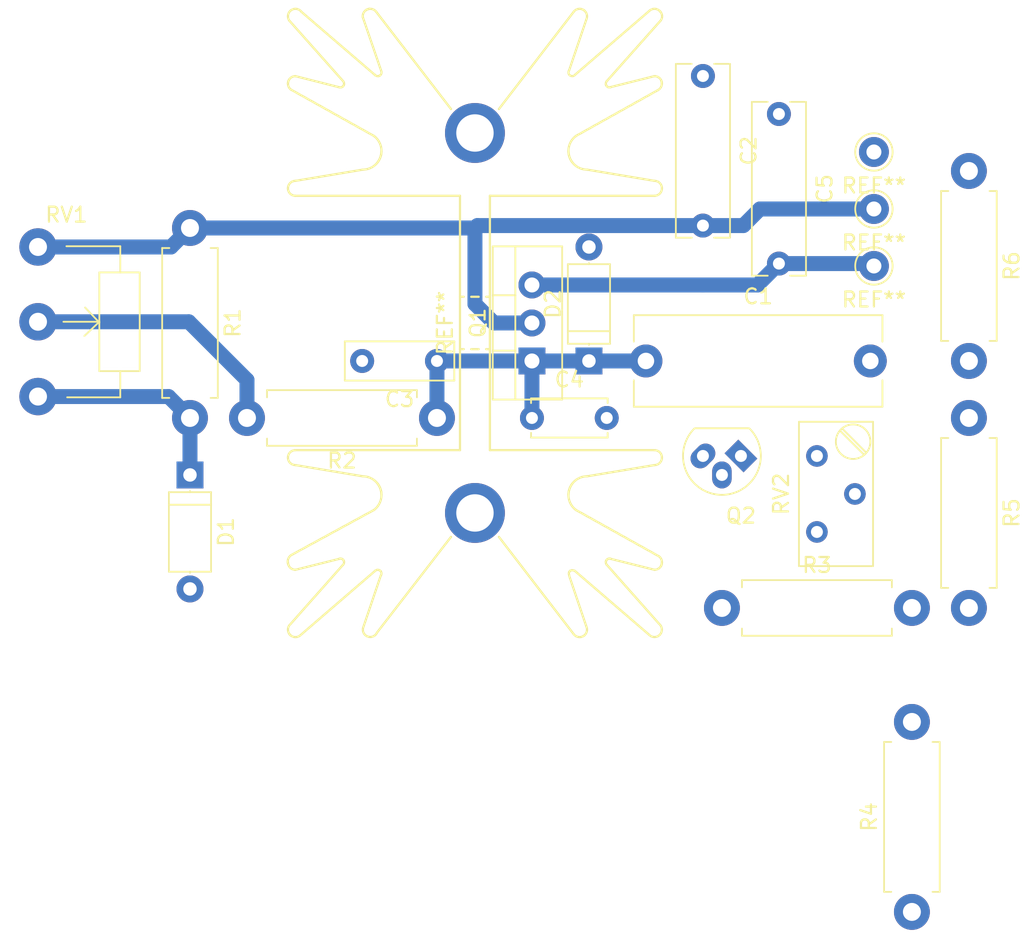
<source format=kicad_pcb>
(kicad_pcb (version 4) (host pcbnew 4.0.7)

  (general
    (links 31)
    (no_connects 18)
    (area 0 0 0 0)
    (thickness 1.6)
    (drawings 0)
    (tracks 29)
    (zones 0)
    (modules 21)
    (nets 12)
  )

  (page A4)
  (layers
    (0 F.Cu signal)
    (31 B.Cu signal)
    (32 B.Adhes user)
    (33 F.Adhes user)
    (34 B.Paste user)
    (35 F.Paste user)
    (36 B.SilkS user)
    (37 F.SilkS user)
    (38 B.Mask user)
    (39 F.Mask user)
    (40 Dwgs.User user)
    (41 Cmts.User user)
    (42 Eco1.User user)
    (43 Eco2.User user)
    (44 Edge.Cuts user)
    (45 Margin user)
    (46 B.CrtYd user)
    (47 F.CrtYd user)
    (48 B.Fab user)
    (49 F.Fab user)
  )

  (setup
    (last_trace_width 1)
    (trace_clearance 0.5)
    (zone_clearance 0.5)
    (zone_45_only no)
    (trace_min 0.2)
    (segment_width 0.2)
    (edge_width 0.15)
    (via_size 1.5)
    (via_drill 0.5)
    (via_min_size 0.4)
    (via_min_drill 0.3)
    (uvia_size 0.3)
    (uvia_drill 0.1)
    (uvias_allowed no)
    (uvia_min_size 0.2)
    (uvia_min_drill 0.1)
    (pcb_text_width 0.3)
    (pcb_text_size 1.5 1.5)
    (mod_edge_width 0.15)
    (mod_text_size 1 1)
    (mod_text_width 0.15)
    (pad_size 2 2)
    (pad_drill 1)
    (pad_to_mask_clearance 0.2)
    (aux_axis_origin 0 0)
    (visible_elements 7FFFFFFF)
    (pcbplotparams
      (layerselection 0x00030_80000001)
      (usegerberextensions false)
      (excludeedgelayer true)
      (linewidth 0.100000)
      (plotframeref false)
      (viasonmask false)
      (mode 1)
      (useauxorigin false)
      (hpglpennumber 1)
      (hpglpenspeed 20)
      (hpglpendiameter 15)
      (hpglpenoverlay 2)
      (psnegative false)
      (psa4output false)
      (plotreference true)
      (plotvalue true)
      (plotinvisibletext false)
      (padsonsilk false)
      (subtractmaskfromsilk false)
      (outputformat 1)
      (mirror false)
      (drillshape 1)
      (scaleselection 1)
      (outputdirectory ""))
  )

  (net 0 "")
  (net 1 "Net-(C1-Pad1)")
  (net 2 GND)
  (net 3 /Vin)
  (net 4 /Vout)
  (net 5 "Net-(D1-Pad1)")
  (net 6 "Net-(R2-Pad2)")
  (net 7 "Net-(C5-Pad2)")
  (net 8 "Net-(Q2-Pad2)")
  (net 9 "Net-(Q2-Pad1)")
  (net 10 "Net-(R4-Pad1)")
  (net 11 "Net-(R5-Pad1)")

  (net_class Default "This is the default net class."
    (clearance 0.5)
    (trace_width 1)
    (via_dia 1.5)
    (via_drill 0.5)
    (uvia_dia 0.3)
    (uvia_drill 0.1)
    (add_net /Vin)
    (add_net /Vout)
    (add_net GND)
    (add_net "Net-(C5-Pad2)")
    (add_net "Net-(D1-Pad1)")
    (add_net "Net-(Q2-Pad1)")
    (add_net "Net-(Q2-Pad2)")
    (add_net "Net-(R2-Pad2)")
    (add_net "Net-(R4-Pad1)")
    (add_net "Net-(R5-Pad1)")
  )

  (net_class mosfet ""
    (clearance 0.7)
    (trace_width 1)
    (via_dia 1.5)
    (via_drill 0.5)
    (uvia_dia 0.3)
    (uvia_drill 0.1)
    (add_net "Net-(C1-Pad1)")
  )

  (module Capacitors_THT:C_Rect_L16.5mm_W6.0mm_P15.00mm_MKT (layer F.Cu) (tedit 597BC7C2) (tstamp 5A48BC9F)
    (at 157.48 118.11)
    (descr "C, Rect series, Radial, pin pitch=15.00mm, , length*width=16.5*6mm^2, Capacitor, https://en.tdk.eu/inf/20/20/db/fc_2009/MKT_B32560_564.pdf")
    (tags "C Rect series Radial pin pitch 15.00mm  length 16.5mm width 6mm Capacitor")
    (path /5A48B27F)
    (fp_text reference C1 (at 7.5 -4.31) (layer F.SilkS)
      (effects (font (size 1 1) (thickness 0.15)))
    )
    (fp_text value 100n (at 7.5 4.31) (layer F.Fab)
      (effects (font (size 1 1) (thickness 0.15)))
    )
    (fp_line (start -0.75 -3) (end -0.75 3) (layer F.Fab) (width 0.1))
    (fp_line (start -0.75 3) (end 15.75 3) (layer F.Fab) (width 0.1))
    (fp_line (start 15.75 3) (end 15.75 -3) (layer F.Fab) (width 0.1))
    (fp_line (start 15.75 -3) (end -0.75 -3) (layer F.Fab) (width 0.1))
    (fp_line (start -0.81 -3.06) (end 15.81 -3.06) (layer F.SilkS) (width 0.12))
    (fp_line (start -0.81 3.06) (end 15.81 3.06) (layer F.SilkS) (width 0.12))
    (fp_line (start -0.81 -3.06) (end -0.81 -1.296) (layer F.SilkS) (width 0.12))
    (fp_line (start -0.81 1.296) (end -0.81 3.06) (layer F.SilkS) (width 0.12))
    (fp_line (start 15.81 -3.06) (end 15.81 -1.296) (layer F.SilkS) (width 0.12))
    (fp_line (start 15.81 1.296) (end 15.81 3.06) (layer F.SilkS) (width 0.12))
    (fp_line (start -1.35 -3.35) (end -1.35 3.35) (layer F.CrtYd) (width 0.05))
    (fp_line (start -1.35 3.35) (end 16.35 3.35) (layer F.CrtYd) (width 0.05))
    (fp_line (start 16.35 3.35) (end 16.35 -3.35) (layer F.CrtYd) (width 0.05))
    (fp_line (start 16.35 -3.35) (end -1.35 -3.35) (layer F.CrtYd) (width 0.05))
    (fp_text user %R (at 7.5 0) (layer F.Fab)
      (effects (font (size 1 1) (thickness 0.15)))
    )
    (pad 1 thru_hole circle (at 0 0) (size 2.2 2.2) (drill 1.1) (layers *.Cu *.Mask)
      (net 1 "Net-(C1-Pad1)"))
    (pad 2 thru_hole circle (at 15 0) (size 2.2 2.2) (drill 1.1) (layers *.Cu *.Mask)
      (net 2 GND))
    (model ${KISYS3DMOD}/Capacitors_THT.3dshapes/C_Rect_L16.5mm_W6.0mm_P15.00mm_MKT.wrl
      (at (xyz 0 0 0))
      (scale (xyz 1 1 1))
      (rotate (xyz 0 0 0))
    )
  )

  (module Capacitors_THT:C_Rect_L11.5mm_W3.5mm_P10.00mm_MKT (layer F.Cu) (tedit 597BC7C2) (tstamp 5A48BCB4)
    (at 161.29 99.06 270)
    (descr "C, Rect series, Radial, pin pitch=10.00mm, , length*width=11.5*3.5mm^2, Capacitor, https://en.tdk.eu/inf/20/20/db/fc_2009/MKT_B32560_564.pdf")
    (tags "C Rect series Radial pin pitch 10.00mm  length 11.5mm width 3.5mm Capacitor")
    (path /5A48B727)
    (fp_text reference C2 (at 5 -3.06 270) (layer F.SilkS)
      (effects (font (size 1 1) (thickness 0.15)))
    )
    (fp_text value 10nF (at 5 3.06 270) (layer F.Fab)
      (effects (font (size 1 1) (thickness 0.15)))
    )
    (fp_line (start -0.75 -1.75) (end -0.75 1.75) (layer F.Fab) (width 0.1))
    (fp_line (start -0.75 1.75) (end 10.75 1.75) (layer F.Fab) (width 0.1))
    (fp_line (start 10.75 1.75) (end 10.75 -1.75) (layer F.Fab) (width 0.1))
    (fp_line (start 10.75 -1.75) (end -0.75 -1.75) (layer F.Fab) (width 0.1))
    (fp_line (start -0.81 -1.81) (end 10.81 -1.81) (layer F.SilkS) (width 0.12))
    (fp_line (start -0.81 1.81) (end 10.81 1.81) (layer F.SilkS) (width 0.12))
    (fp_line (start -0.81 -1.81) (end -0.81 -0.75) (layer F.SilkS) (width 0.12))
    (fp_line (start -0.81 0.75) (end -0.81 1.81) (layer F.SilkS) (width 0.12))
    (fp_line (start 10.81 -1.81) (end 10.81 -0.75) (layer F.SilkS) (width 0.12))
    (fp_line (start 10.81 0.75) (end 10.81 1.81) (layer F.SilkS) (width 0.12))
    (fp_line (start -1.1 -2.1) (end -1.1 2.1) (layer F.CrtYd) (width 0.05))
    (fp_line (start -1.1 2.1) (end 11.1 2.1) (layer F.CrtYd) (width 0.05))
    (fp_line (start 11.1 2.1) (end 11.1 -2.1) (layer F.CrtYd) (width 0.05))
    (fp_line (start 11.1 -2.1) (end -1.1 -2.1) (layer F.CrtYd) (width 0.05))
    (fp_text user %R (at 5 0 270) (layer F.Fab)
      (effects (font (size 1 1) (thickness 0.15)))
    )
    (pad 1 thru_hole circle (at 0 0 270) (size 1.6 1.6) (drill 0.8) (layers *.Cu *.Mask)
      (net 2 GND))
    (pad 2 thru_hole circle (at 10 0 270) (size 1.6 1.6) (drill 0.8) (layers *.Cu *.Mask)
      (net 3 /Vin))
    (model ${KISYS3DMOD}/Capacitors_THT.3dshapes/C_Rect_L11.5mm_W3.5mm_P10.00mm_MKT.wrl
      (at (xyz 0 0 0))
      (scale (xyz 1 1 1))
      (rotate (xyz 0 0 0))
    )
  )

  (module Capacitors_THT:C_Rect_L11.5mm_W3.5mm_P10.00mm_MKT (layer F.Cu) (tedit 597BC7C2) (tstamp 5A48BCEF)
    (at 166.37 101.6 270)
    (descr "C, Rect series, Radial, pin pitch=10.00mm, , length*width=11.5*3.5mm^2, Capacitor, https://en.tdk.eu/inf/20/20/db/fc_2009/MKT_B32560_564.pdf")
    (tags "C Rect series Radial pin pitch 10.00mm  length 11.5mm width 3.5mm Capacitor")
    (path /5A48B7F6)
    (fp_text reference C5 (at 5 -3.06 270) (layer F.SilkS)
      (effects (font (size 1 1) (thickness 0.15)))
    )
    (fp_text value 10nF (at 5 3.06 270) (layer F.Fab)
      (effects (font (size 1 1) (thickness 0.15)))
    )
    (fp_line (start -0.75 -1.75) (end -0.75 1.75) (layer F.Fab) (width 0.1))
    (fp_line (start -0.75 1.75) (end 10.75 1.75) (layer F.Fab) (width 0.1))
    (fp_line (start 10.75 1.75) (end 10.75 -1.75) (layer F.Fab) (width 0.1))
    (fp_line (start 10.75 -1.75) (end -0.75 -1.75) (layer F.Fab) (width 0.1))
    (fp_line (start -0.81 -1.81) (end 10.81 -1.81) (layer F.SilkS) (width 0.12))
    (fp_line (start -0.81 1.81) (end 10.81 1.81) (layer F.SilkS) (width 0.12))
    (fp_line (start -0.81 -1.81) (end -0.81 -0.75) (layer F.SilkS) (width 0.12))
    (fp_line (start -0.81 0.75) (end -0.81 1.81) (layer F.SilkS) (width 0.12))
    (fp_line (start 10.81 -1.81) (end 10.81 -0.75) (layer F.SilkS) (width 0.12))
    (fp_line (start 10.81 0.75) (end 10.81 1.81) (layer F.SilkS) (width 0.12))
    (fp_line (start -1.1 -2.1) (end -1.1 2.1) (layer F.CrtYd) (width 0.05))
    (fp_line (start -1.1 2.1) (end 11.1 2.1) (layer F.CrtYd) (width 0.05))
    (fp_line (start 11.1 2.1) (end 11.1 -2.1) (layer F.CrtYd) (width 0.05))
    (fp_line (start 11.1 -2.1) (end -1.1 -2.1) (layer F.CrtYd) (width 0.05))
    (fp_text user %R (at 5 0 270) (layer F.Fab)
      (effects (font (size 1 1) (thickness 0.15)))
    )
    (pad 1 thru_hole circle (at 0 0 270) (size 1.6 1.6) (drill 0.8) (layers *.Cu *.Mask)
      (net 2 GND))
    (pad 2 thru_hole circle (at 10 0 270) (size 1.6 1.6) (drill 0.8) (layers *.Cu *.Mask)
      (net 7 "Net-(C5-Pad2)"))
    (model ${KISYS3DMOD}/Capacitors_THT.3dshapes/C_Rect_L11.5mm_W3.5mm_P10.00mm_MKT.wrl
      (at (xyz 0 0 0))
      (scale (xyz 1 1 1))
      (rotate (xyz 0 0 0))
    )
  )

  (module Diodes_THT:D_A-405_P7.62mm_Horizontal (layer F.Cu) (tedit 5921392E) (tstamp 5A48BD08)
    (at 127 125.73 270)
    (descr "D, A-405 series, Axial, Horizontal, pin pitch=7.62mm, , length*diameter=5.2*2.7mm^2, , http://www.diodes.com/_files/packages/A-405.pdf")
    (tags "D A-405 series Axial Horizontal pin pitch 7.62mm  length 5.2mm diameter 2.7mm")
    (path /5A48B192)
    (fp_text reference D1 (at 3.81 -2.41 270) (layer F.SilkS)
      (effects (font (size 1 1) (thickness 0.15)))
    )
    (fp_text value 68V (at 3.81 2.41 270) (layer F.Fab)
      (effects (font (size 1 1) (thickness 0.15)))
    )
    (fp_text user %R (at 3.81 0 270) (layer F.Fab)
      (effects (font (size 1 1) (thickness 0.15)))
    )
    (fp_line (start 1.21 -1.35) (end 1.21 1.35) (layer F.Fab) (width 0.1))
    (fp_line (start 1.21 1.35) (end 6.41 1.35) (layer F.Fab) (width 0.1))
    (fp_line (start 6.41 1.35) (end 6.41 -1.35) (layer F.Fab) (width 0.1))
    (fp_line (start 6.41 -1.35) (end 1.21 -1.35) (layer F.Fab) (width 0.1))
    (fp_line (start 0 0) (end 1.21 0) (layer F.Fab) (width 0.1))
    (fp_line (start 7.62 0) (end 6.41 0) (layer F.Fab) (width 0.1))
    (fp_line (start 1.99 -1.35) (end 1.99 1.35) (layer F.Fab) (width 0.1))
    (fp_line (start 1.15 -1.41) (end 1.15 1.41) (layer F.SilkS) (width 0.12))
    (fp_line (start 1.15 1.41) (end 6.47 1.41) (layer F.SilkS) (width 0.12))
    (fp_line (start 6.47 1.41) (end 6.47 -1.41) (layer F.SilkS) (width 0.12))
    (fp_line (start 6.47 -1.41) (end 1.15 -1.41) (layer F.SilkS) (width 0.12))
    (fp_line (start 1.08 0) (end 1.15 0) (layer F.SilkS) (width 0.12))
    (fp_line (start 6.54 0) (end 6.47 0) (layer F.SilkS) (width 0.12))
    (fp_line (start 1.99 -1.41) (end 1.99 1.41) (layer F.SilkS) (width 0.12))
    (fp_line (start -1.15 -1.7) (end -1.15 1.7) (layer F.CrtYd) (width 0.05))
    (fp_line (start -1.15 1.7) (end 8.8 1.7) (layer F.CrtYd) (width 0.05))
    (fp_line (start 8.8 1.7) (end 8.8 -1.7) (layer F.CrtYd) (width 0.05))
    (fp_line (start 8.8 -1.7) (end -1.15 -1.7) (layer F.CrtYd) (width 0.05))
    (pad 1 thru_hole rect (at 0 0 270) (size 1.8 1.8) (drill 0.9) (layers *.Cu *.Mask)
      (net 5 "Net-(D1-Pad1)"))
    (pad 2 thru_hole oval (at 7.62 0 270) (size 1.8 1.8) (drill 0.9) (layers *.Cu *.Mask)
      (net 2 GND))
    (model ${KISYS3DMOD}/Diodes_THT.3dshapes/D_A-405_P7.62mm_Horizontal.wrl
      (at (xyz 0 0 0))
      (scale (xyz 0.393701 0.393701 0.393701))
      (rotate (xyz 0 0 0))
    )
  )

  (module Resistors_THT:R_Axial_DIN0411_L9.9mm_D3.6mm_P12.70mm_Horizontal (layer F.Cu) (tedit 5874F706) (tstamp 5A48BD37)
    (at 127 109.22 270)
    (descr "Resistor, Axial_DIN0411 series, Axial, Horizontal, pin pitch=12.7mm, 1W = 1/1W, length*diameter=9.9*3.6mm^2")
    (tags "Resistor Axial_DIN0411 series Axial Horizontal pin pitch 12.7mm 1W = 1/1W length 9.9mm diameter 3.6mm")
    (path /5A48B3D7)
    (fp_text reference R1 (at 6.35 -2.86 270) (layer F.SilkS)
      (effects (font (size 1 1) (thickness 0.15)))
    )
    (fp_text value 100k (at 6.35 2.86 270) (layer F.Fab)
      (effects (font (size 1 1) (thickness 0.15)))
    )
    (fp_line (start 1.4 -1.8) (end 1.4 1.8) (layer F.Fab) (width 0.1))
    (fp_line (start 1.4 1.8) (end 11.3 1.8) (layer F.Fab) (width 0.1))
    (fp_line (start 11.3 1.8) (end 11.3 -1.8) (layer F.Fab) (width 0.1))
    (fp_line (start 11.3 -1.8) (end 1.4 -1.8) (layer F.Fab) (width 0.1))
    (fp_line (start 0 0) (end 1.4 0) (layer F.Fab) (width 0.1))
    (fp_line (start 12.7 0) (end 11.3 0) (layer F.Fab) (width 0.1))
    (fp_line (start 1.34 -1.38) (end 1.34 -1.86) (layer F.SilkS) (width 0.12))
    (fp_line (start 1.34 -1.86) (end 11.36 -1.86) (layer F.SilkS) (width 0.12))
    (fp_line (start 11.36 -1.86) (end 11.36 -1.38) (layer F.SilkS) (width 0.12))
    (fp_line (start 1.34 1.38) (end 1.34 1.86) (layer F.SilkS) (width 0.12))
    (fp_line (start 1.34 1.86) (end 11.36 1.86) (layer F.SilkS) (width 0.12))
    (fp_line (start 11.36 1.86) (end 11.36 1.38) (layer F.SilkS) (width 0.12))
    (fp_line (start -1.45 -2.15) (end -1.45 2.15) (layer F.CrtYd) (width 0.05))
    (fp_line (start -1.45 2.15) (end 14.15 2.15) (layer F.CrtYd) (width 0.05))
    (fp_line (start 14.15 2.15) (end 14.15 -2.15) (layer F.CrtYd) (width 0.05))
    (fp_line (start 14.15 -2.15) (end -1.45 -2.15) (layer F.CrtYd) (width 0.05))
    (pad 1 thru_hole circle (at 0 0 270) (size 2.4 2.4) (drill 1.2) (layers *.Cu *.Mask)
      (net 3 /Vin))
    (pad 2 thru_hole oval (at 12.7 0 270) (size 2.4 2.4) (drill 1.2) (layers *.Cu *.Mask)
      (net 5 "Net-(D1-Pad1)"))
    (model ${KISYS3DMOD}/Resistors_THT.3dshapes/R_Axial_DIN0411_L9.9mm_D3.6mm_P12.70mm_Horizontal.wrl
      (at (xyz 0 0 0))
      (scale (xyz 0.393701 0.393701 0.393701))
      (rotate (xyz 0 0 0))
    )
  )

  (module Potentiometers:Potentiometer_WirePads (layer F.Cu) (tedit 58822A41) (tstamp 5A48BD63)
    (at 116.84 110.49)
    (descr "Potentiometer, Wire Pads only, RevA, 30 July 2010,")
    (tags "Potentiometer Wire Pads only RevA 30 July 2010 ")
    (path /5A48B34C)
    (fp_text reference RV1 (at 1.9 -2.15) (layer F.SilkS)
      (effects (font (size 1 1) (thickness 0.15)))
    )
    (fp_text value "250k lin" (at 2 12.2) (layer F.Fab)
      (effects (font (size 1 1) (thickness 0.15)))
    )
    (fp_line (start 4.05 5) (end 1.7 5) (layer F.SilkS) (width 0.12))
    (fp_line (start 5.5 10.05) (end 1.95 10.05) (layer F.SilkS) (width 0.12))
    (fp_line (start 5.5 8.3) (end 5.5 10.05) (layer F.SilkS) (width 0.12))
    (fp_line (start 5.5 1.7) (end 5.5 -0.05) (layer F.SilkS) (width 0.12))
    (fp_line (start 5.5 -0.05) (end 1.9 -0.05) (layer F.SilkS) (width 0.12))
    (fp_line (start 4.1 5) (end 3.1 5.95) (layer F.SilkS) (width 0.12))
    (fp_line (start 4.1 5.05) (end 3.15 4.05) (layer F.SilkS) (width 0.12))
    (fp_line (start 4.1 1.7) (end 6.8 1.7) (layer F.SilkS) (width 0.12))
    (fp_line (start 6.8 1.7) (end 6.8 8.3) (layer F.SilkS) (width 0.12))
    (fp_line (start 6.8 8.3) (end 4.1 8.3) (layer F.SilkS) (width 0.12))
    (fp_line (start 4.1 8.3) (end 4.1 1.7) (layer F.SilkS) (width 0.12))
    (fp_line (start -1.5 -1.5) (end 7.05 -1.5) (layer F.CrtYd) (width 0.05))
    (fp_line (start -1.5 -1.5) (end -1.5 11.5) (layer F.CrtYd) (width 0.05))
    (fp_line (start 7.05 11.5) (end 7.05 -1.5) (layer F.CrtYd) (width 0.05))
    (fp_line (start 7.05 11.5) (end -1.5 11.5) (layer F.CrtYd) (width 0.05))
    (pad 2 thru_hole circle (at 0 5) (size 2.5 2.5) (drill 1.2) (layers *.Cu *.Mask)
      (net 6 "Net-(R2-Pad2)"))
    (pad 3 thru_hole circle (at 0 10) (size 2.5 2.5) (drill 1.2) (layers *.Cu *.Mask)
      (net 5 "Net-(D1-Pad1)"))
    (pad 1 thru_hole circle (at 0 0) (size 2.5 2.5) (drill 1.2) (layers *.Cu *.Mask)
      (net 3 /Vin))
  )

  (module TO_SOT_Packages_THT:TO-220-3_Vertical (layer F.Cu) (tedit 58CE52AD) (tstamp 5A48C119)
    (at 149.86 118.11 90)
    (descr "TO-220-3, Vertical, RM 2.54mm")
    (tags "TO-220-3 Vertical RM 2.54mm")
    (path /5A48B05A)
    (fp_text reference Q1 (at 2.54 -3.62 90) (layer F.SilkS)
      (effects (font (size 1 1) (thickness 0.15)))
    )
    (fp_text value IRF830 (at 2.54 3.92 90) (layer F.Fab)
      (effects (font (size 1 1) (thickness 0.15)))
    )
    (fp_text user %R (at 2.54 -3.62 90) (layer F.Fab)
      (effects (font (size 1 1) (thickness 0.15)))
    )
    (fp_line (start -2.46 -2.5) (end -2.46 1.9) (layer F.Fab) (width 0.1))
    (fp_line (start -2.46 1.9) (end 7.54 1.9) (layer F.Fab) (width 0.1))
    (fp_line (start 7.54 1.9) (end 7.54 -2.5) (layer F.Fab) (width 0.1))
    (fp_line (start 7.54 -2.5) (end -2.46 -2.5) (layer F.Fab) (width 0.1))
    (fp_line (start -2.46 -1.23) (end 7.54 -1.23) (layer F.Fab) (width 0.1))
    (fp_line (start 0.69 -2.5) (end 0.69 -1.23) (layer F.Fab) (width 0.1))
    (fp_line (start 4.39 -2.5) (end 4.39 -1.23) (layer F.Fab) (width 0.1))
    (fp_line (start -2.58 -2.62) (end 7.66 -2.62) (layer F.SilkS) (width 0.12))
    (fp_line (start -2.58 2.021) (end 7.66 2.021) (layer F.SilkS) (width 0.12))
    (fp_line (start -2.58 -2.62) (end -2.58 2.021) (layer F.SilkS) (width 0.12))
    (fp_line (start 7.66 -2.62) (end 7.66 2.021) (layer F.SilkS) (width 0.12))
    (fp_line (start -2.58 -1.11) (end 7.66 -1.11) (layer F.SilkS) (width 0.12))
    (fp_line (start 0.69 -2.62) (end 0.69 -1.11) (layer F.SilkS) (width 0.12))
    (fp_line (start 4.391 -2.62) (end 4.391 -1.11) (layer F.SilkS) (width 0.12))
    (fp_line (start -2.71 -2.75) (end -2.71 2.16) (layer F.CrtYd) (width 0.05))
    (fp_line (start -2.71 2.16) (end 7.79 2.16) (layer F.CrtYd) (width 0.05))
    (fp_line (start 7.79 2.16) (end 7.79 -2.75) (layer F.CrtYd) (width 0.05))
    (fp_line (start 7.79 -2.75) (end -2.71 -2.75) (layer F.CrtYd) (width 0.05))
    (pad 1 thru_hole rect (at 0 0 90) (size 1.8 1.8) (drill 1) (layers *.Cu *.Mask)
      (net 1 "Net-(C1-Pad1)"))
    (pad 2 thru_hole oval (at 2.54 0 90) (size 1.8 1.8) (drill 1) (layers *.Cu *.Mask)
      (net 3 /Vin))
    (pad 3 thru_hole oval (at 5.08 0 90) (size 1.8 1.8) (drill 1) (layers *.Cu *.Mask)
      (net 7 "Net-(C5-Pad2)"))
    (model ${KISYS3DMOD}/TO_SOT_Packages_THT.3dshapes/TO-220-3_Vertical.wrl
      (at (xyz 0.1 0 0))
      (scale (xyz 0.393701 0.393701 0.393701))
      (rotate (xyz 0 0 0))
    )
  )

  (module Heatsinks:Heatsink_Fischer_SK129-STS_42x25mm_2xDrill2.5mm (layer F.Cu) (tedit 5A48C2E2) (tstamp 5A48C2EC)
    (at 146.05 115.57 90)
    (fp_text reference REF** (at 0 -2 90) (layer F.SilkS)
      (effects (font (size 1 1) (thickness 0.15)))
    )
    (fp_text value Heatsink_Fischer_SK129-STS_42x25mm_2xDrill2.5mm (at 0 13.5 90) (layer F.Fab)
      (effects (font (size 1 1) (thickness 0.15)))
    )
    (fp_line (start 20.8 -6.6) (end 14.3 -1.6) (layer F.SilkS) (width 0.15))
    (fp_line (start 20.8 6.6) (end 14.3 1.6) (layer F.SilkS) (width 0.15))
    (fp_line (start -20.8 6.6) (end -14.3 1.6) (layer F.SilkS) (width 0.15))
    (fp_line (start -20.7 -6.55) (end -14.3 -1.6) (layer F.SilkS) (width 0.15))
    (fp_arc (start 16 9) (end 15.75 9.05) (angle 90) (layer F.SilkS) (width 0.15))
    (fp_arc (start 16 9) (end 15.85 8.8) (angle 90) (layer F.SilkS) (width 0.15))
    (fp_arc (start 16.75 6.5) (end 16.6 6.7) (angle 90) (layer F.SilkS) (width 0.15))
    (fp_arc (start 16.75 6.5) (end 16.55 6.35) (angle 90) (layer F.SilkS) (width 0.15))
    (fp_arc (start 16.75 -6.5) (end 16.8 -6.25) (angle 90) (layer F.SilkS) (width 0.15))
    (fp_arc (start 16.75 -6.5) (end 16.55 -6.35) (angle 90) (layer F.SilkS) (width 0.15))
    (fp_arc (start 16 -9) (end 16.15 -8.8) (angle 90) (layer F.SilkS) (width 0.15))
    (fp_arc (start 16 -9) (end 15.95 -8.75) (angle 90) (layer F.SilkS) (width 0.15))
    (fp_arc (start 20.5 -12) (end 20.9 -12.3) (angle 90) (layer F.SilkS) (width 0.15))
    (fp_arc (start 20.5 -12) (end 20.2 -12.4) (angle 90) (layer F.SilkS) (width 0.15))
    (fp_arc (start 20.5 -7) (end 20.9 -7.3) (angle 90) (layer F.SilkS) (width 0.15))
    (fp_arc (start 20.5 -7) (end 20.45 -7.5) (angle 90) (layer F.SilkS) (width 0.15))
    (fp_arc (start 20.5 7) (end 20.95 7.2) (angle 90) (layer F.SilkS) (width 0.15))
    (fp_arc (start 20.5 7) (end 20.8 6.6) (angle 90) (layer F.SilkS) (width 0.15))
    (fp_arc (start 20.5 12) (end 20.9 11.7) (angle 90) (layer F.SilkS) (width 0.15))
    (fp_arc (start 20.5 12.05) (end 20.85 12.35) (angle 90) (layer F.SilkS) (width 0.15))
    (fp_line (start 16.15 8.8) (end 20.2 12.4) (layer F.SilkS) (width 0.15))
    (fp_line (start 16.5 12) (end 15.75 9) (layer F.SilkS) (width 0.15))
    (fp_line (start 16.6 6.7) (end 20.9 11.7) (layer F.SilkS) (width 0.15))
    (fp_line (start 16.9 6.3) (end 20.3 7.45) (layer F.SilkS) (width 0.15))
    (fp_line (start 16.8 -6.25) (end 20.45 -7.5) (layer F.SilkS) (width 0.15))
    (fp_line (start 16.55 -6.65) (end 20.8 -11.6) (layer F.SilkS) (width 0.15))
    (fp_line (start 16.15 -8.8) (end 20.2 -12.4) (layer F.SilkS) (width 0.15))
    (fp_line (start 16.5 -12) (end 15.75 -9.05) (layer F.SilkS) (width 0.15))
    (fp_arc (start -16.75 -6.5) (end -16.55 -6.35) (angle 90) (layer F.SilkS) (width 0.15))
    (fp_arc (start -16.75 -6.5) (end -16.55 -6.65) (angle 90) (layer F.SilkS) (width 0.15))
    (fp_arc (start -16 -9) (end -15.85 -8.8) (angle 90) (layer F.SilkS) (width 0.15))
    (fp_arc (start -16 -9) (end -15.75 -9.05) (angle 90) (layer F.SilkS) (width 0.15))
    (fp_arc (start -16.75 6.5) (end -16.65 6.3) (angle 90) (layer F.SilkS) (width 0.15))
    (fp_arc (start -16.75 6.5) (end -16.85 6.3) (angle 90) (layer F.SilkS) (width 0.15))
    (fp_arc (start -16 9) (end -15.95 8.75) (angle 90) (layer F.SilkS) (width 0.15))
    (fp_arc (start -16 9) (end -16.15 8.8) (angle 90) (layer F.SilkS) (width 0.15))
    (fp_line (start 8.5 12) (end 8.5 1) (layer F.SilkS) (width 0.15))
    (fp_arc (start -20.5 -7) (end -20.95 -7.2) (angle 90) (layer F.SilkS) (width 0.15))
    (fp_arc (start -20.5 -7) (end -20.7 -6.55) (angle 90) (layer F.SilkS) (width 0.15))
    (fp_arc (start -20.5 -12) (end -20.9 -12.3) (angle 90) (layer F.SilkS) (width 0.15))
    (fp_arc (start -20.5 -12) (end -20.9 -11.7) (angle 90) (layer F.SilkS) (width 0.15))
    (fp_line (start -16.9 -6.3) (end -20.3 -7.45) (layer F.SilkS) (width 0.15))
    (fp_arc (start -20.5 12) (end -20.15 12.35) (angle 90) (layer F.SilkS) (width 0.15))
    (fp_arc (start -20.5 12) (end -20.85 12.35) (angle 90) (layer F.SilkS) (width 0.15))
    (fp_arc (start -20.5 7) (end -20.3 7.45) (angle 90) (layer F.SilkS) (width 0.15))
    (fp_arc (start -20.5 7) (end -20.9 7.3) (angle 90) (layer F.SilkS) (width 0.15))
    (fp_line (start -8.5 12) (end -8.5 1) (layer F.SilkS) (width 0.15))
    (fp_line (start -20.3 7.45) (end -16.9 6.3) (layer F.SilkS) (width 0.15))
    (fp_line (start -20.85 11.65) (end -16.55 6.65) (layer F.SilkS) (width 0.15))
    (fp_line (start -20.1 12.3) (end -16.15 8.8) (layer F.SilkS) (width 0.15))
    (fp_line (start -16.5 12) (end -15.75 9) (layer F.SilkS) (width 0.15))
    (fp_line (start -16.55 -6.65) (end -20.9 -11.7) (layer F.SilkS) (width 0.15))
    (fp_line (start -16.2 -8.85) (end -20.15 -12.35) (layer F.SilkS) (width 0.15))
    (fp_line (start -8.5 -12) (end -8.5 -1) (layer F.SilkS) (width 0.15))
    (fp_line (start 8.5 -12) (end 8.5 -1) (layer F.SilkS) (width 0.15))
    (fp_line (start -15.75 -9) (end -16.5 -12) (layer F.SilkS) (width 0.15))
    (fp_line (start 15.55 12.2) (end 12.5 6.75) (layer F.SilkS) (width 0.15))
    (fp_arc (start 16 12) (end 16.2 12.45) (angle 90) (layer F.SilkS) (width 0.15))
    (fp_line (start -15.6 12.3) (end -12.5 6.75) (layer F.SilkS) (width 0.15))
    (fp_arc (start -16 12) (end -15.6 12.3) (angle 90) (layer F.SilkS) (width 0.15))
    (fp_line (start -15.5 -12.25) (end -12.5 -6.75) (layer F.SilkS) (width 0.15))
    (fp_arc (start -15.95 -12) (end -16.2 -12.45) (angle 90) (layer F.SilkS) (width 0.15))
    (fp_line (start 12.5 -6.75) (end 15.6 -12.3) (layer F.SilkS) (width 0.15))
    (fp_arc (start 16 -12) (end 15.6 -12.3) (angle 90) (layer F.SilkS) (width 0.15))
    (fp_arc (start 11.5 7.5) (end 10.75 6.5) (angle 90) (layer F.SilkS) (width 0.15))
    (fp_arc (start 11.5 7.5) (end 10.25 7.5) (angle 90) (layer F.SilkS) (width 0.15))
    (fp_arc (start -11.5 7.5) (end -11.5 6.25) (angle 90) (layer F.SilkS) (width 0.15))
    (fp_arc (start -11.5 7.5) (end -12.5 6.75) (angle 90) (layer F.SilkS) (width 0.15))
    (fp_arc (start -11.5 -7.5) (end -10.75 -6.5) (angle 90) (layer F.SilkS) (width 0.15))
    (fp_arc (start -11.5 -7.5) (end -10.25 -7.5) (angle 90) (layer F.SilkS) (width 0.15))
    (fp_arc (start 11.5 -7.5) (end 12.5 -6.75) (angle 90) (layer F.SilkS) (width 0.15))
    (fp_arc (start 11.5 -7.5) (end 11.5 -6.25) (angle 90) (layer F.SilkS) (width 0.15))
    (fp_line (start 10.25 7.5) (end 9.5 12) (layer F.SilkS) (width 0.15))
    (fp_line (start -10.25 7.5) (end -9.5 12) (layer F.SilkS) (width 0.15))
    (fp_line (start 9.5 -12) (end 10.25 -7.5) (layer F.SilkS) (width 0.15))
    (fp_line (start -9.5 -12) (end -10.25 -7.5) (layer F.SilkS) (width 0.15))
    (fp_arc (start -16 -12) (end -16.5 -12) (angle 90) (layer F.SilkS) (width 0.15))
    (fp_arc (start 16 -12) (end 16 -12.5) (angle 90) (layer F.SilkS) (width 0.15))
    (fp_arc (start 16 12) (end 16.5 12) (angle 90) (layer F.SilkS) (width 0.15))
    (fp_arc (start -16 12) (end -16 12.5) (angle 90) (layer F.SilkS) (width 0.15))
    (fp_arc (start -9 -12) (end -9.5 -12) (angle 90) (layer F.SilkS) (width 0.15))
    (fp_arc (start -9 -12) (end -9 -12.5) (angle 90) (layer F.SilkS) (width 0.15))
    (fp_arc (start -9 12) (end -9 12.5) (angle 90) (layer F.SilkS) (width 0.15))
    (fp_arc (start -9 12) (end -8.5 12) (angle 90) (layer F.SilkS) (width 0.15))
    (fp_arc (start 9 12) (end 9.5 12) (angle 90) (layer F.SilkS) (width 0.15))
    (fp_arc (start 9 12) (end 9 12.5) (angle 90) (layer F.SilkS) (width 0.15))
    (fp_arc (start 9 -12) (end 9 -12.5) (angle 90) (layer F.SilkS) (width 0.15))
    (fp_arc (start 9 -12) (end 8.5 -12) (angle 90) (layer F.SilkS) (width 0.15))
    (fp_line (start 1.75 -0.25) (end 1.75 0.25) (layer F.SilkS) (width 0.15))
    (fp_line (start -1.75 -0.25) (end -1.75 0.25) (layer F.SilkS) (width 0.15))
    (fp_line (start 1.75 0.75) (end 1.75 1) (layer F.SilkS) (width 0.15))
    (fp_line (start -1.75 1) (end -1.75 0.75) (layer F.SilkS) (width 0.15))
    (fp_line (start 1.75 -1) (end 1.75 -0.75) (layer F.SilkS) (width 0.15))
    (fp_line (start -1.75 -1) (end -1.75 -0.75) (layer F.SilkS) (width 0.15))
    (fp_line (start 8.5 1) (end -8.5 1) (layer F.SilkS) (width 0.15))
    (fp_line (start -8.5 -1) (end 8.5 -1) (layer F.SilkS) (width 0.15))
    (pad 1 thru_hole circle (at -12.7 0 90) (size 4 4) (drill 2.5) (layers *.Cu *.Mask))
    (pad 1 thru_hole circle (at 12.7 0 90) (size 4 4) (drill 2.5) (layers *.Cu *.Mask)
      (net 2 GND))
  )

  (module Connectors:Pin_d1.0mm_L10.0mm (layer F.Cu) (tedit 5A4BEBB2) (tstamp 5A4BEA2E)
    (at 172.72 107.95)
    (descr "solder Pin_ diameter 1.0mm, hole diameter 1.0mm (press fit), length 10.0mm")
    (tags "solder Pin_ press fit")
    (fp_text reference REF** (at 0 2.25) (layer F.SilkS)
      (effects (font (size 1 1) (thickness 0.15)))
    )
    (fp_text value Pin_d1.0mm_L10.0mm (at 0 -2.05) (layer F.Fab)
      (effects (font (size 1 1) (thickness 0.15)))
    )
    (fp_text user %R (at 0 2.25) (layer F.Fab)
      (effects (font (size 1 1) (thickness 0.15)))
    )
    (fp_circle (center 0 0) (end 1.5 0) (layer F.CrtYd) (width 0.05))
    (fp_circle (center 0 0) (end 0.5 0) (layer F.Fab) (width 0.12))
    (fp_circle (center 0 0) (end 1 0) (layer F.Fab) (width 0.12))
    (fp_circle (center 0 0) (end 1.25 0.05) (layer F.SilkS) (width 0.12))
    (pad 1 thru_hole circle (at 0 0) (size 2 2) (drill 1) (layers *.Cu *.Mask)
      (net 3 /Vin))
    (model ${KISYS3DMOD}/Connectors.3dshapes/Pin_d1.0mm_L10.0mm.wrl
      (at (xyz 0 0 0))
      (scale (xyz 1 1 1))
      (rotate (xyz 0 0 0))
    )
  )

  (module Connectors:Pin_d1.0mm_L10.0mm (layer F.Cu) (tedit 5A4BEB97) (tstamp 5A4BEA41)
    (at 172.72 111.76)
    (descr "solder Pin_ diameter 1.0mm, hole diameter 1.0mm (press fit), length 10.0mm")
    (tags "solder Pin_ press fit")
    (fp_text reference REF** (at 0 2.25) (layer F.SilkS)
      (effects (font (size 1 1) (thickness 0.15)))
    )
    (fp_text value Pin_d1.0mm_L10.0mm (at 0 -2.05) (layer F.Fab)
      (effects (font (size 1 1) (thickness 0.15)))
    )
    (fp_text user %R (at 0 2.25) (layer F.Fab)
      (effects (font (size 1 1) (thickness 0.15)))
    )
    (fp_circle (center 0 0) (end 1.5 0) (layer F.CrtYd) (width 0.05))
    (fp_circle (center 0 0) (end 0.5 0) (layer F.Fab) (width 0.12))
    (fp_circle (center 0 0) (end 1 0) (layer F.Fab) (width 0.12))
    (fp_circle (center 0 0) (end 1.25 0.05) (layer F.SilkS) (width 0.12))
    (pad 1 thru_hole circle (at 0 0) (size 2 2) (drill 1) (layers *.Cu *.Mask)
      (net 4 /Vout))
    (model ${KISYS3DMOD}/Connectors.3dshapes/Pin_d1.0mm_L10.0mm.wrl
      (at (xyz 0 0 0))
      (scale (xyz 1 1 1))
      (rotate (xyz 0 0 0))
    )
  )

  (module Connectors:Pin_d1.0mm_L10.0mm (layer F.Cu) (tedit 5A4BEBBB) (tstamp 5A4BEA4F)
    (at 172.72 104.14)
    (descr "solder Pin_ diameter 1.0mm, hole diameter 1.0mm (press fit), length 10.0mm")
    (tags "solder Pin_ press fit")
    (fp_text reference REF** (at 0 2.25) (layer F.SilkS)
      (effects (font (size 1 1) (thickness 0.15)))
    )
    (fp_text value Pin_d1.0mm_L10.0mm (at 0 -2.05) (layer F.Fab)
      (effects (font (size 1 1) (thickness 0.15)))
    )
    (fp_text user %R (at 0 2.25) (layer F.Fab)
      (effects (font (size 1 1) (thickness 0.15)))
    )
    (fp_circle (center 0 0) (end 1.5 0) (layer F.CrtYd) (width 0.05))
    (fp_circle (center 0 0) (end 0.5 0) (layer F.Fab) (width 0.12))
    (fp_circle (center 0 0) (end 1 0) (layer F.Fab) (width 0.12))
    (fp_circle (center 0 0) (end 1.25 0.05) (layer F.SilkS) (width 0.12))
    (pad 1 thru_hole circle (at 0 0) (size 2 2) (drill 1) (layers *.Cu *.Mask)
      (net 2 GND))
    (model ${KISYS3DMOD}/Connectors.3dshapes/Pin_d1.0mm_L10.0mm.wrl
      (at (xyz 0 0 0))
      (scale (xyz 1 1 1))
      (rotate (xyz 0 0 0))
    )
  )

  (module Diodes_THT:D_A-405_P7.62mm_Horizontal (layer F.Cu) (tedit 5921392E) (tstamp 5A4BFDAC)
    (at 153.67 118.11 90)
    (descr "D, A-405 series, Axial, Horizontal, pin pitch=7.62mm, , length*diameter=5.2*2.7mm^2, , http://www.diodes.com/_files/packages/A-405.pdf")
    (tags "D A-405 series Axial Horizontal pin pitch 7.62mm  length 5.2mm diameter 2.7mm")
    (path /5A48B1FC)
    (fp_text reference D2 (at 3.81 -2.41 90) (layer F.SilkS)
      (effects (font (size 1 1) (thickness 0.15)))
    )
    (fp_text value 16V (at 3.81 2.41 90) (layer F.Fab)
      (effects (font (size 1 1) (thickness 0.15)))
    )
    (fp_text user %R (at 3.81 0 90) (layer F.Fab)
      (effects (font (size 1 1) (thickness 0.15)))
    )
    (fp_line (start 1.21 -1.35) (end 1.21 1.35) (layer F.Fab) (width 0.1))
    (fp_line (start 1.21 1.35) (end 6.41 1.35) (layer F.Fab) (width 0.1))
    (fp_line (start 6.41 1.35) (end 6.41 -1.35) (layer F.Fab) (width 0.1))
    (fp_line (start 6.41 -1.35) (end 1.21 -1.35) (layer F.Fab) (width 0.1))
    (fp_line (start 0 0) (end 1.21 0) (layer F.Fab) (width 0.1))
    (fp_line (start 7.62 0) (end 6.41 0) (layer F.Fab) (width 0.1))
    (fp_line (start 1.99 -1.35) (end 1.99 1.35) (layer F.Fab) (width 0.1))
    (fp_line (start 1.15 -1.41) (end 1.15 1.41) (layer F.SilkS) (width 0.12))
    (fp_line (start 1.15 1.41) (end 6.47 1.41) (layer F.SilkS) (width 0.12))
    (fp_line (start 6.47 1.41) (end 6.47 -1.41) (layer F.SilkS) (width 0.12))
    (fp_line (start 6.47 -1.41) (end 1.15 -1.41) (layer F.SilkS) (width 0.12))
    (fp_line (start 1.08 0) (end 1.15 0) (layer F.SilkS) (width 0.12))
    (fp_line (start 6.54 0) (end 6.47 0) (layer F.SilkS) (width 0.12))
    (fp_line (start 1.99 -1.41) (end 1.99 1.41) (layer F.SilkS) (width 0.12))
    (fp_line (start -1.15 -1.7) (end -1.15 1.7) (layer F.CrtYd) (width 0.05))
    (fp_line (start -1.15 1.7) (end 8.8 1.7) (layer F.CrtYd) (width 0.05))
    (fp_line (start 8.8 1.7) (end 8.8 -1.7) (layer F.CrtYd) (width 0.05))
    (fp_line (start 8.8 -1.7) (end -1.15 -1.7) (layer F.CrtYd) (width 0.05))
    (pad 1 thru_hole rect (at 0 0 90) (size 1.8 1.8) (drill 0.9) (layers *.Cu *.Mask)
      (net 1 "Net-(C1-Pad1)"))
    (pad 2 thru_hole oval (at 7.62 0 90) (size 1.8 1.8) (drill 0.9) (layers *.Cu *.Mask)
      (net 7 "Net-(C5-Pad2)"))
    (model ${KISYS3DMOD}/Diodes_THT.3dshapes/D_A-405_P7.62mm_Horizontal.wrl
      (at (xyz 0 0 0))
      (scale (xyz 0.393701 0.393701 0.393701))
      (rotate (xyz 0 0 0))
    )
  )

  (module TO_SOT_Packages_THT:TO-92_Molded_Narrow_Oval (layer F.Cu) (tedit 58CE52AF) (tstamp 5A4BFDD5)
    (at 163.83 124.46 180)
    (descr "TO-92 leads molded, narrow, oval pads, drill 0.8mm (see NXP sot054_po.pdf)")
    (tags "to-92 sc-43 sc-43a sot54 PA33 transistor")
    (path /5A4BF93C)
    (fp_text reference Q2 (at 0 -4 180) (layer F.SilkS)
      (effects (font (size 1 1) (thickness 0.15)))
    )
    (fp_text value 2N3904 (at 0 3 360) (layer F.Fab)
      (effects (font (size 1 1) (thickness 0.15)))
    )
    (fp_text user %R (at 0 -4 180) (layer F.Fab)
      (effects (font (size 1 1) (thickness 0.15)))
    )
    (fp_line (start -0.53 1.85) (end 3.07 1.85) (layer F.SilkS) (width 0.12))
    (fp_line (start -0.5 1.75) (end 3 1.75) (layer F.Fab) (width 0.1))
    (fp_line (start -1.46 -2.73) (end 4 -2.73) (layer F.CrtYd) (width 0.05))
    (fp_line (start -1.46 -2.73) (end -1.46 2.01) (layer F.CrtYd) (width 0.05))
    (fp_line (start 4 2.01) (end 4 -2.73) (layer F.CrtYd) (width 0.05))
    (fp_line (start 4 2.01) (end -1.46 2.01) (layer F.CrtYd) (width 0.05))
    (fp_arc (start 1.27 0) (end 1.27 -2.48) (angle 135) (layer F.Fab) (width 0.1))
    (fp_arc (start 1.27 0) (end 1.27 -2.6) (angle -135) (layer F.SilkS) (width 0.12))
    (fp_arc (start 1.27 0) (end 1.27 -2.48) (angle -135) (layer F.Fab) (width 0.1))
    (fp_arc (start 1.27 0) (end 1.27 -2.6) (angle 135) (layer F.SilkS) (width 0.12))
    (pad 2 thru_hole oval (at 1.27 -1.27 270) (size 1.8 1.3) (drill 0.8) (layers *.Cu *.Mask)
      (net 8 "Net-(Q2-Pad2)"))
    (pad 1 thru_hole rect (at 0 0 225) (size 1.3 1.8) (drill 0.8) (layers *.Cu *.Mask)
      (net 9 "Net-(Q2-Pad1)"))
    (pad 3 thru_hole oval (at 2.54 0 225) (size 1.8 1.3) (drill 0.8) (layers *.Cu *.Mask)
      (net 1 "Net-(C1-Pad1)"))
    (model ${KISYS3DMOD}/TO_SOT_Packages_THT.3dshapes/TO-92_Molded_Narrow_Oval.wrl
      (at (xyz 0.05 0 0))
      (scale (xyz 1 1 1))
      (rotate (xyz 0 0 -90))
    )
  )

  (module Resistors_THT:R_Axial_DIN0411_L9.9mm_D3.6mm_P12.70mm_Horizontal (layer F.Cu) (tedit 5874F706) (tstamp 5A4BFDFB)
    (at 162.56 134.62)
    (descr "Resistor, Axial_DIN0411 series, Axial, Horizontal, pin pitch=12.7mm, 1W = 1/1W, length*diameter=9.9*3.6mm^2")
    (tags "Resistor Axial_DIN0411 series Axial Horizontal pin pitch 12.7mm 1W = 1/1W length 9.9mm diameter 3.6mm")
    (path /5A4BFD78)
    (fp_text reference R3 (at 6.35 -2.86) (layer F.SilkS)
      (effects (font (size 1 1) (thickness 0.15)))
    )
    (fp_text value 1k (at 6.35 2.86) (layer F.Fab)
      (effects (font (size 1 1) (thickness 0.15)))
    )
    (fp_line (start 1.4 -1.8) (end 1.4 1.8) (layer F.Fab) (width 0.1))
    (fp_line (start 1.4 1.8) (end 11.3 1.8) (layer F.Fab) (width 0.1))
    (fp_line (start 11.3 1.8) (end 11.3 -1.8) (layer F.Fab) (width 0.1))
    (fp_line (start 11.3 -1.8) (end 1.4 -1.8) (layer F.Fab) (width 0.1))
    (fp_line (start 0 0) (end 1.4 0) (layer F.Fab) (width 0.1))
    (fp_line (start 12.7 0) (end 11.3 0) (layer F.Fab) (width 0.1))
    (fp_line (start 1.34 -1.38) (end 1.34 -1.86) (layer F.SilkS) (width 0.12))
    (fp_line (start 1.34 -1.86) (end 11.36 -1.86) (layer F.SilkS) (width 0.12))
    (fp_line (start 11.36 -1.86) (end 11.36 -1.38) (layer F.SilkS) (width 0.12))
    (fp_line (start 1.34 1.38) (end 1.34 1.86) (layer F.SilkS) (width 0.12))
    (fp_line (start 1.34 1.86) (end 11.36 1.86) (layer F.SilkS) (width 0.12))
    (fp_line (start 11.36 1.86) (end 11.36 1.38) (layer F.SilkS) (width 0.12))
    (fp_line (start -1.45 -2.15) (end -1.45 2.15) (layer F.CrtYd) (width 0.05))
    (fp_line (start -1.45 2.15) (end 14.15 2.15) (layer F.CrtYd) (width 0.05))
    (fp_line (start 14.15 2.15) (end 14.15 -2.15) (layer F.CrtYd) (width 0.05))
    (fp_line (start 14.15 -2.15) (end -1.45 -2.15) (layer F.CrtYd) (width 0.05))
    (pad 1 thru_hole circle (at 0 0) (size 2.4 2.4) (drill 1.2) (layers *.Cu *.Mask)
      (net 8 "Net-(Q2-Pad2)"))
    (pad 2 thru_hole oval (at 12.7 0) (size 2.4 2.4) (drill 1.2) (layers *.Cu *.Mask)
      (net 7 "Net-(C5-Pad2)"))
    (model ${KISYS3DMOD}/Resistors_THT.3dshapes/R_Axial_DIN0411_L9.9mm_D3.6mm_P12.70mm_Horizontal.wrl
      (at (xyz 0 0 0))
      (scale (xyz 0.393701 0.393701 0.393701))
      (rotate (xyz 0 0 0))
    )
  )

  (module Resistors_THT:R_Axial_DIN0411_L9.9mm_D3.6mm_P12.70mm_Horizontal (layer F.Cu) (tedit 5874F706) (tstamp 5A4BFE11)
    (at 175.26 154.94 90)
    (descr "Resistor, Axial_DIN0411 series, Axial, Horizontal, pin pitch=12.7mm, 1W = 1/1W, length*diameter=9.9*3.6mm^2")
    (tags "Resistor Axial_DIN0411 series Axial Horizontal pin pitch 12.7mm 1W = 1/1W length 9.9mm diameter 3.6mm")
    (path /5A4BFF95)
    (fp_text reference R4 (at 6.35 -2.86 90) (layer F.SilkS)
      (effects (font (size 1 1) (thickness 0.15)))
    )
    (fp_text value 330 (at 6.35 2.86 90) (layer F.Fab)
      (effects (font (size 1 1) (thickness 0.15)))
    )
    (fp_line (start 1.4 -1.8) (end 1.4 1.8) (layer F.Fab) (width 0.1))
    (fp_line (start 1.4 1.8) (end 11.3 1.8) (layer F.Fab) (width 0.1))
    (fp_line (start 11.3 1.8) (end 11.3 -1.8) (layer F.Fab) (width 0.1))
    (fp_line (start 11.3 -1.8) (end 1.4 -1.8) (layer F.Fab) (width 0.1))
    (fp_line (start 0 0) (end 1.4 0) (layer F.Fab) (width 0.1))
    (fp_line (start 12.7 0) (end 11.3 0) (layer F.Fab) (width 0.1))
    (fp_line (start 1.34 -1.38) (end 1.34 -1.86) (layer F.SilkS) (width 0.12))
    (fp_line (start 1.34 -1.86) (end 11.36 -1.86) (layer F.SilkS) (width 0.12))
    (fp_line (start 11.36 -1.86) (end 11.36 -1.38) (layer F.SilkS) (width 0.12))
    (fp_line (start 1.34 1.38) (end 1.34 1.86) (layer F.SilkS) (width 0.12))
    (fp_line (start 1.34 1.86) (end 11.36 1.86) (layer F.SilkS) (width 0.12))
    (fp_line (start 11.36 1.86) (end 11.36 1.38) (layer F.SilkS) (width 0.12))
    (fp_line (start -1.45 -2.15) (end -1.45 2.15) (layer F.CrtYd) (width 0.05))
    (fp_line (start -1.45 2.15) (end 14.15 2.15) (layer F.CrtYd) (width 0.05))
    (fp_line (start 14.15 2.15) (end 14.15 -2.15) (layer F.CrtYd) (width 0.05))
    (fp_line (start 14.15 -2.15) (end -1.45 -2.15) (layer F.CrtYd) (width 0.05))
    (pad 1 thru_hole circle (at 0 0 90) (size 2.4 2.4) (drill 1.2) (layers *.Cu *.Mask)
      (net 10 "Net-(R4-Pad1)"))
    (pad 2 thru_hole oval (at 12.7 0 90) (size 2.4 2.4) (drill 1.2) (layers *.Cu *.Mask)
      (net 7 "Net-(C5-Pad2)"))
    (model ${KISYS3DMOD}/Resistors_THT.3dshapes/R_Axial_DIN0411_L9.9mm_D3.6mm_P12.70mm_Horizontal.wrl
      (at (xyz 0 0 0))
      (scale (xyz 0.393701 0.393701 0.393701))
      (rotate (xyz 0 0 0))
    )
  )

  (module Resistors_THT:R_Axial_DIN0411_L9.9mm_D3.6mm_P12.70mm_Horizontal (layer F.Cu) (tedit 5874F706) (tstamp 5A4BFE27)
    (at 179.07 121.92 270)
    (descr "Resistor, Axial_DIN0411 series, Axial, Horizontal, pin pitch=12.7mm, 1W = 1/1W, length*diameter=9.9*3.6mm^2")
    (tags "Resistor Axial_DIN0411 series Axial Horizontal pin pitch 12.7mm 1W = 1/1W length 9.9mm diameter 3.6mm")
    (path /5A4BF7AC)
    (fp_text reference R5 (at 6.35 -2.86 270) (layer F.SilkS)
      (effects (font (size 1 1) (thickness 0.15)))
    )
    (fp_text value 10 (at 6.35 2.86 270) (layer F.Fab)
      (effects (font (size 1 1) (thickness 0.15)))
    )
    (fp_line (start 1.4 -1.8) (end 1.4 1.8) (layer F.Fab) (width 0.1))
    (fp_line (start 1.4 1.8) (end 11.3 1.8) (layer F.Fab) (width 0.1))
    (fp_line (start 11.3 1.8) (end 11.3 -1.8) (layer F.Fab) (width 0.1))
    (fp_line (start 11.3 -1.8) (end 1.4 -1.8) (layer F.Fab) (width 0.1))
    (fp_line (start 0 0) (end 1.4 0) (layer F.Fab) (width 0.1))
    (fp_line (start 12.7 0) (end 11.3 0) (layer F.Fab) (width 0.1))
    (fp_line (start 1.34 -1.38) (end 1.34 -1.86) (layer F.SilkS) (width 0.12))
    (fp_line (start 1.34 -1.86) (end 11.36 -1.86) (layer F.SilkS) (width 0.12))
    (fp_line (start 11.36 -1.86) (end 11.36 -1.38) (layer F.SilkS) (width 0.12))
    (fp_line (start 1.34 1.38) (end 1.34 1.86) (layer F.SilkS) (width 0.12))
    (fp_line (start 1.34 1.86) (end 11.36 1.86) (layer F.SilkS) (width 0.12))
    (fp_line (start 11.36 1.86) (end 11.36 1.38) (layer F.SilkS) (width 0.12))
    (fp_line (start -1.45 -2.15) (end -1.45 2.15) (layer F.CrtYd) (width 0.05))
    (fp_line (start -1.45 2.15) (end 14.15 2.15) (layer F.CrtYd) (width 0.05))
    (fp_line (start 14.15 2.15) (end 14.15 -2.15) (layer F.CrtYd) (width 0.05))
    (fp_line (start 14.15 -2.15) (end -1.45 -2.15) (layer F.CrtYd) (width 0.05))
    (pad 1 thru_hole circle (at 0 0 270) (size 2.4 2.4) (drill 1.2) (layers *.Cu *.Mask)
      (net 11 "Net-(R5-Pad1)"))
    (pad 2 thru_hole oval (at 12.7 0 270) (size 2.4 2.4) (drill 1.2) (layers *.Cu *.Mask)
      (net 7 "Net-(C5-Pad2)"))
    (model ${KISYS3DMOD}/Resistors_THT.3dshapes/R_Axial_DIN0411_L9.9mm_D3.6mm_P12.70mm_Horizontal.wrl
      (at (xyz 0 0 0))
      (scale (xyz 0.393701 0.393701 0.393701))
      (rotate (xyz 0 0 0))
    )
  )

  (module Resistors_THT:R_Axial_DIN0411_L9.9mm_D3.6mm_P12.70mm_Horizontal (layer F.Cu) (tedit 5874F706) (tstamp 5A4BFE3D)
    (at 179.07 105.41 270)
    (descr "Resistor, Axial_DIN0411 series, Axial, Horizontal, pin pitch=12.7mm, 1W = 1/1W, length*diameter=9.9*3.6mm^2")
    (tags "Resistor Axial_DIN0411 series Axial Horizontal pin pitch 12.7mm 1W = 1/1W length 9.9mm diameter 3.6mm")
    (path /5A4BFD22)
    (fp_text reference R6 (at 6.35 -2.86 270) (layer F.SilkS)
      (effects (font (size 1 1) (thickness 0.15)))
    )
    (fp_text value 10 (at 6.35 2.86 270) (layer F.Fab)
      (effects (font (size 1 1) (thickness 0.15)))
    )
    (fp_line (start 1.4 -1.8) (end 1.4 1.8) (layer F.Fab) (width 0.1))
    (fp_line (start 1.4 1.8) (end 11.3 1.8) (layer F.Fab) (width 0.1))
    (fp_line (start 11.3 1.8) (end 11.3 -1.8) (layer F.Fab) (width 0.1))
    (fp_line (start 11.3 -1.8) (end 1.4 -1.8) (layer F.Fab) (width 0.1))
    (fp_line (start 0 0) (end 1.4 0) (layer F.Fab) (width 0.1))
    (fp_line (start 12.7 0) (end 11.3 0) (layer F.Fab) (width 0.1))
    (fp_line (start 1.34 -1.38) (end 1.34 -1.86) (layer F.SilkS) (width 0.12))
    (fp_line (start 1.34 -1.86) (end 11.36 -1.86) (layer F.SilkS) (width 0.12))
    (fp_line (start 11.36 -1.86) (end 11.36 -1.38) (layer F.SilkS) (width 0.12))
    (fp_line (start 1.34 1.38) (end 1.34 1.86) (layer F.SilkS) (width 0.12))
    (fp_line (start 1.34 1.86) (end 11.36 1.86) (layer F.SilkS) (width 0.12))
    (fp_line (start 11.36 1.86) (end 11.36 1.38) (layer F.SilkS) (width 0.12))
    (fp_line (start -1.45 -2.15) (end -1.45 2.15) (layer F.CrtYd) (width 0.05))
    (fp_line (start -1.45 2.15) (end 14.15 2.15) (layer F.CrtYd) (width 0.05))
    (fp_line (start 14.15 2.15) (end 14.15 -2.15) (layer F.CrtYd) (width 0.05))
    (fp_line (start 14.15 -2.15) (end -1.45 -2.15) (layer F.CrtYd) (width 0.05))
    (pad 1 thru_hole circle (at 0 0 270) (size 2.4 2.4) (drill 1.2) (layers *.Cu *.Mask)
      (net 4 /Vout))
    (pad 2 thru_hole oval (at 12.7 0 270) (size 2.4 2.4) (drill 1.2) (layers *.Cu *.Mask)
      (net 11 "Net-(R5-Pad1)"))
    (model ${KISYS3DMOD}/Resistors_THT.3dshapes/R_Axial_DIN0411_L9.9mm_D3.6mm_P12.70mm_Horizontal.wrl
      (at (xyz 0 0 0))
      (scale (xyz 0.393701 0.393701 0.393701))
      (rotate (xyz 0 0 0))
    )
  )

  (module Capacitors_THT:C_Rect_L7.2mm_W2.5mm_P5.00mm_FKS2_FKP2_MKS2_MKP2 (layer F.Cu) (tedit 597BC7C2) (tstamp 5A4C00E1)
    (at 143.51 118.11 180)
    (descr "C, Rect series, Radial, pin pitch=5.00mm, , length*width=7.2*2.5mm^2, Capacitor, http://www.wima.com/EN/WIMA_FKS_2.pdf")
    (tags "C Rect series Radial pin pitch 5.00mm  length 7.2mm width 2.5mm Capacitor")
    (path /5A48B2F6)
    (fp_text reference C3 (at 2.5 -2.56 180) (layer F.SilkS)
      (effects (font (size 1 1) (thickness 0.15)))
    )
    (fp_text value 1n (at 2.5 2.56 180) (layer F.Fab)
      (effects (font (size 1 1) (thickness 0.15)))
    )
    (fp_line (start -1.1 -1.25) (end -1.1 1.25) (layer F.Fab) (width 0.1))
    (fp_line (start -1.1 1.25) (end 6.1 1.25) (layer F.Fab) (width 0.1))
    (fp_line (start 6.1 1.25) (end 6.1 -1.25) (layer F.Fab) (width 0.1))
    (fp_line (start 6.1 -1.25) (end -1.1 -1.25) (layer F.Fab) (width 0.1))
    (fp_line (start -1.16 -1.31) (end 6.16 -1.31) (layer F.SilkS) (width 0.12))
    (fp_line (start -1.16 1.31) (end 6.16 1.31) (layer F.SilkS) (width 0.12))
    (fp_line (start -1.16 -1.31) (end -1.16 1.31) (layer F.SilkS) (width 0.12))
    (fp_line (start 6.16 -1.31) (end 6.16 1.31) (layer F.SilkS) (width 0.12))
    (fp_line (start -1.45 -1.6) (end -1.45 1.6) (layer F.CrtYd) (width 0.05))
    (fp_line (start -1.45 1.6) (end 6.45 1.6) (layer F.CrtYd) (width 0.05))
    (fp_line (start 6.45 1.6) (end 6.45 -1.6) (layer F.CrtYd) (width 0.05))
    (fp_line (start 6.45 -1.6) (end -1.45 -1.6) (layer F.CrtYd) (width 0.05))
    (fp_text user %R (at 2.5 0 180) (layer F.Fab)
      (effects (font (size 1 1) (thickness 0.15)))
    )
    (pad 1 thru_hole circle (at 0 0 180) (size 1.6 1.6) (drill 0.8) (layers *.Cu *.Mask)
      (net 1 "Net-(C1-Pad1)"))
    (pad 2 thru_hole circle (at 5 0 180) (size 1.6 1.6) (drill 0.8) (layers *.Cu *.Mask)
      (net 2 GND))
    (model ${KISYS3DMOD}/Capacitors_THT.3dshapes/C_Rect_L7.2mm_W2.5mm_P5.00mm_FKS2_FKP2_MKS2_MKP2.wrl
      (at (xyz 0 0 0))
      (scale (xyz 1 1 1))
      (rotate (xyz 0 0 0))
    )
  )

  (module Capacitors_THT:C_Disc_D5.0mm_W2.5mm_P5.00mm (layer F.Cu) (tedit 597BC7C2) (tstamp 5A4C00F3)
    (at 149.86 121.92)
    (descr "C, Disc series, Radial, pin pitch=5.00mm, , diameter*width=5*2.5mm^2, Capacitor, http://cdn-reichelt.de/documents/datenblatt/B300/DS_KERKO_TC.pdf")
    (tags "C Disc series Radial pin pitch 5.00mm  diameter 5mm width 2.5mm Capacitor")
    (path /5A48B31F)
    (fp_text reference C4 (at 2.5 -2.56) (layer F.SilkS)
      (effects (font (size 1 1) (thickness 0.15)))
    )
    (fp_text value 47pF (at 2.5 2.56) (layer F.Fab)
      (effects (font (size 1 1) (thickness 0.15)))
    )
    (fp_line (start 0 -1.25) (end 0 1.25) (layer F.Fab) (width 0.1))
    (fp_line (start 0 1.25) (end 5 1.25) (layer F.Fab) (width 0.1))
    (fp_line (start 5 1.25) (end 5 -1.25) (layer F.Fab) (width 0.1))
    (fp_line (start 5 -1.25) (end 0 -1.25) (layer F.Fab) (width 0.1))
    (fp_line (start -0.06 -1.31) (end 5.06 -1.31) (layer F.SilkS) (width 0.12))
    (fp_line (start -0.06 1.31) (end 5.06 1.31) (layer F.SilkS) (width 0.12))
    (fp_line (start -0.06 -1.31) (end -0.06 -0.996) (layer F.SilkS) (width 0.12))
    (fp_line (start -0.06 0.996) (end -0.06 1.31) (layer F.SilkS) (width 0.12))
    (fp_line (start 5.06 -1.31) (end 5.06 -0.996) (layer F.SilkS) (width 0.12))
    (fp_line (start 5.06 0.996) (end 5.06 1.31) (layer F.SilkS) (width 0.12))
    (fp_line (start -1.05 -1.6) (end -1.05 1.6) (layer F.CrtYd) (width 0.05))
    (fp_line (start -1.05 1.6) (end 6.05 1.6) (layer F.CrtYd) (width 0.05))
    (fp_line (start 6.05 1.6) (end 6.05 -1.6) (layer F.CrtYd) (width 0.05))
    (fp_line (start 6.05 -1.6) (end -1.05 -1.6) (layer F.CrtYd) (width 0.05))
    (fp_text user %R (at 2.5 0) (layer F.Fab)
      (effects (font (size 1 1) (thickness 0.15)))
    )
    (pad 1 thru_hole circle (at 0 0) (size 1.6 1.6) (drill 0.8) (layers *.Cu *.Mask)
      (net 1 "Net-(C1-Pad1)"))
    (pad 2 thru_hole circle (at 5 0) (size 1.6 1.6) (drill 0.8) (layers *.Cu *.Mask)
      (net 2 GND))
    (model ${KISYS3DMOD}/Capacitors_THT.3dshapes/C_Disc_D5.0mm_W2.5mm_P5.00mm.wrl
      (at (xyz 0 0 0))
      (scale (xyz 1 1 1))
      (rotate (xyz 0 0 0))
    )
  )

  (module Resistors_THT:R_Axial_DIN0411_L9.9mm_D3.6mm_P12.70mm_Horizontal (layer F.Cu) (tedit 5874F706) (tstamp 5A4C0107)
    (at 143.51 121.92 180)
    (descr "Resistor, Axial_DIN0411 series, Axial, Horizontal, pin pitch=12.7mm, 1W = 1/1W, length*diameter=9.9*3.6mm^2")
    (tags "Resistor Axial_DIN0411 series Axial Horizontal pin pitch 12.7mm 1W = 1/1W length 9.9mm diameter 3.6mm")
    (path /5A48B119)
    (fp_text reference R2 (at 6.35 -2.86 180) (layer F.SilkS)
      (effects (font (size 1 1) (thickness 0.15)))
    )
    (fp_text value 100k (at 6.35 2.86 180) (layer F.Fab)
      (effects (font (size 1 1) (thickness 0.15)))
    )
    (fp_line (start 1.4 -1.8) (end 1.4 1.8) (layer F.Fab) (width 0.1))
    (fp_line (start 1.4 1.8) (end 11.3 1.8) (layer F.Fab) (width 0.1))
    (fp_line (start 11.3 1.8) (end 11.3 -1.8) (layer F.Fab) (width 0.1))
    (fp_line (start 11.3 -1.8) (end 1.4 -1.8) (layer F.Fab) (width 0.1))
    (fp_line (start 0 0) (end 1.4 0) (layer F.Fab) (width 0.1))
    (fp_line (start 12.7 0) (end 11.3 0) (layer F.Fab) (width 0.1))
    (fp_line (start 1.34 -1.38) (end 1.34 -1.86) (layer F.SilkS) (width 0.12))
    (fp_line (start 1.34 -1.86) (end 11.36 -1.86) (layer F.SilkS) (width 0.12))
    (fp_line (start 11.36 -1.86) (end 11.36 -1.38) (layer F.SilkS) (width 0.12))
    (fp_line (start 1.34 1.38) (end 1.34 1.86) (layer F.SilkS) (width 0.12))
    (fp_line (start 1.34 1.86) (end 11.36 1.86) (layer F.SilkS) (width 0.12))
    (fp_line (start 11.36 1.86) (end 11.36 1.38) (layer F.SilkS) (width 0.12))
    (fp_line (start -1.45 -2.15) (end -1.45 2.15) (layer F.CrtYd) (width 0.05))
    (fp_line (start -1.45 2.15) (end 14.15 2.15) (layer F.CrtYd) (width 0.05))
    (fp_line (start 14.15 2.15) (end 14.15 -2.15) (layer F.CrtYd) (width 0.05))
    (fp_line (start 14.15 -2.15) (end -1.45 -2.15) (layer F.CrtYd) (width 0.05))
    (pad 1 thru_hole circle (at 0 0 180) (size 2.4 2.4) (drill 1.2) (layers *.Cu *.Mask)
      (net 1 "Net-(C1-Pad1)"))
    (pad 2 thru_hole oval (at 12.7 0 180) (size 2.4 2.4) (drill 1.2) (layers *.Cu *.Mask)
      (net 6 "Net-(R2-Pad2)"))
    (model ${KISYS3DMOD}/Resistors_THT.3dshapes/R_Axial_DIN0411_L9.9mm_D3.6mm_P12.70mm_Horizontal.wrl
      (at (xyz 0 0 0))
      (scale (xyz 0.393701 0.393701 0.393701))
      (rotate (xyz 0 0 0))
    )
  )

  (module Potentiometers:Potentiometer_Trimmer_Bourns_3296Y (layer F.Cu) (tedit 58826EFB) (tstamp 5A4C011C)
    (at 168.91 124.46 90)
    (descr "Spindle Trimmer Potentiometer, Bourns 3296Y, https://www.bourns.com/pdfs/3296.pdf")
    (tags "Spindle Trimmer Potentiometer   Bourns 3296Y")
    (path /5A4BFFE1)
    (fp_text reference RV2 (at -2.54 -2.39 90) (layer F.SilkS)
      (effects (font (size 1 1) (thickness 0.15)))
    )
    (fp_text value POT_TRIM (at -2.54 4.94 90) (layer F.Fab)
      (effects (font (size 1 1) (thickness 0.15)))
    )
    (fp_circle (center 0.955 2.42) (end 2.05 2.42) (layer F.Fab) (width 0.1))
    (fp_circle (center 0.955 2.42) (end 2.11 2.42) (layer F.SilkS) (width 0.12))
    (fp_line (start -7.305 -1.14) (end -7.305 3.69) (layer F.Fab) (width 0.1))
    (fp_line (start -7.305 3.69) (end 2.225 3.69) (layer F.Fab) (width 0.1))
    (fp_line (start 2.225 3.69) (end 2.225 -1.14) (layer F.Fab) (width 0.1))
    (fp_line (start 2.225 -1.14) (end -7.305 -1.14) (layer F.Fab) (width 0.1))
    (fp_line (start 1.786 1.724) (end 0.259 3.251) (layer F.Fab) (width 0.1))
    (fp_line (start 1.652 1.59) (end 0.125 3.117) (layer F.Fab) (width 0.1))
    (fp_line (start -7.365 -1.2) (end 2.285 -1.2) (layer F.SilkS) (width 0.12))
    (fp_line (start -7.365 3.751) (end 2.285 3.751) (layer F.SilkS) (width 0.12))
    (fp_line (start -7.365 -1.2) (end -7.365 3.751) (layer F.SilkS) (width 0.12))
    (fp_line (start 2.285 -1.2) (end 2.285 3.751) (layer F.SilkS) (width 0.12))
    (fp_line (start 1.831 1.686) (end 0.22 3.296) (layer F.SilkS) (width 0.12))
    (fp_line (start 1.691 1.545) (end 0.079 3.155) (layer F.SilkS) (width 0.12))
    (fp_line (start -7.6 -1.4) (end -7.6 3.95) (layer F.CrtYd) (width 0.05))
    (fp_line (start -7.6 3.95) (end 2.5 3.95) (layer F.CrtYd) (width 0.05))
    (fp_line (start 2.5 3.95) (end 2.5 -1.4) (layer F.CrtYd) (width 0.05))
    (fp_line (start 2.5 -1.4) (end -7.6 -1.4) (layer F.CrtYd) (width 0.05))
    (pad 1 thru_hole circle (at 0 0 90) (size 1.44 1.44) (drill 0.8) (layers *.Cu *.Mask)
      (net 4 /Vout))
    (pad 2 thru_hole circle (at -2.54 2.54 90) (size 1.44 1.44) (drill 0.8) (layers *.Cu *.Mask)
      (net 9 "Net-(Q2-Pad1)"))
    (pad 3 thru_hole circle (at -5.08 0 90) (size 1.44 1.44) (drill 0.8) (layers *.Cu *.Mask)
      (net 10 "Net-(R4-Pad1)"))
    (model Potentiometers.3dshapes/Potentiometer_Trimmer_Bourns_3296Y.wrl
      (at (xyz 0 0 0))
      (scale (xyz 1 1 1))
      (rotate (xyz 0 0 -90))
    )
  )

  (segment (start 153.67 118.11) (end 157.48 118.11) (width 1) (layer B.Cu) (net 1))
  (segment (start 149.86 121.92) (end 149.86 118.11) (width 1) (layer B.Cu) (net 1))
  (segment (start 149.86 118.11) (end 153.67 118.11) (width 1) (layer B.Cu) (net 1))
  (segment (start 143.51 118.11) (end 149.86 118.11) (width 1) (layer B.Cu) (net 1))
  (segment (start 143.51 121.92) (end 143.51 118.11) (width 1) (layer B.Cu) (net 1) (status 20))
  (segment (start 161.29 109.06) (end 163.99 109.06) (width 1) (layer B.Cu) (net 3))
  (segment (start 165.1 107.95) (end 172.72 107.95) (width 1) (layer B.Cu) (net 3) (tstamp 5A4BF2F3))
  (segment (start 163.99 109.06) (end 165.1 107.95) (width 1) (layer B.Cu) (net 3) (tstamp 5A4BF2F2))
  (segment (start 161.29 109.06) (end 146.21 109.06) (width 1) (layer B.Cu) (net 3))
  (segment (start 146.21 109.06) (end 146.05 109.22) (width 1) (layer B.Cu) (net 3) (tstamp 5A4BF2DC))
  (segment (start 116.84 110.49) (end 125.73 110.49) (width 1) (layer B.Cu) (net 3))
  (segment (start 125.73 110.49) (end 127 109.22) (width 1) (layer B.Cu) (net 3) (tstamp 5A4AABA1) (status 20))
  (segment (start 149.86 115.57) (end 147.32 115.57) (width 1) (layer B.Cu) (net 3))
  (segment (start 146.05 114.3) (end 146.05 109.22) (width 1) (layer B.Cu) (net 3) (tstamp 5A4AABBA))
  (segment (start 147.32 115.57) (end 146.05 114.3) (width 1) (layer B.Cu) (net 3) (tstamp 5A4AABB6))
  (segment (start 127 109.22) (end 146.05 109.22) (width 1) (layer B.Cu) (net 3) (tstamp 5A4AABA4) (status 10))
  (segment (start 172.56 111.6) (end 172.72 111.76) (width 1) (layer B.Cu) (net 4) (tstamp 5A4BF2ED))
  (segment (start 172.4 111.76) (end 172.72 111.76) (width 1) (layer B.Cu) (net 4) (tstamp 5A4BEBCD) (status 30))
  (segment (start 127 121.92) (end 127 125.73) (width 1) (layer B.Cu) (net 5) (status 10))
  (segment (start 116.84 120.49) (end 125.57 120.49) (width 1) (layer B.Cu) (net 5))
  (segment (start 125.57 120.49) (end 127 121.92) (width 1) (layer B.Cu) (net 5) (tstamp 5A48CA1F) (status 20))
  (segment (start 116.84 115.49) (end 126.92 115.49) (width 1) (layer B.Cu) (net 6))
  (segment (start 130.81 119.38) (end 130.81 121.92) (width 1) (layer B.Cu) (net 6) (tstamp 5A4BE71B))
  (segment (start 126.92 115.49) (end 130.81 119.38) (width 1) (layer B.Cu) (net 6) (tstamp 5A4BE718))
  (segment (start 166.37 111.6) (end 172.56 111.6) (width 1) (layer B.Cu) (net 7) (status 10))
  (segment (start 149.86 113.03) (end 161.29 113.03) (width 1) (layer B.Cu) (net 7))
  (segment (start 161.29 113.03) (end 164.94 113.03) (width 1) (layer B.Cu) (net 7) (tstamp 5A4BF12A))
  (segment (start 164.94 113.03) (end 166.37 111.6) (width 1) (layer B.Cu) (net 7) (tstamp 5A4BF125) (status 20))
  (segment (start 166.21 111.76) (end 166.37 111.6) (width 1) (layer B.Cu) (net 7) (tstamp 5A4AB978) (status 30))

  (zone (net 2) (net_name GND) (layer F.Cu) (tstamp 5A48CA26) (hatch edge 0.508)
    (connect_pads (clearance 0.5))
    (min_thickness 0.4)
    (fill (arc_segments 32) (thermal_gap 0.508) (thermal_bridge_width 0.8))
    (polygon
      (pts
        (xy 176.53 137.16) (xy 114.3 137.16) (xy 114.3 93.98) (xy 176.53 93.98)
      )
    )
  )
)

</source>
